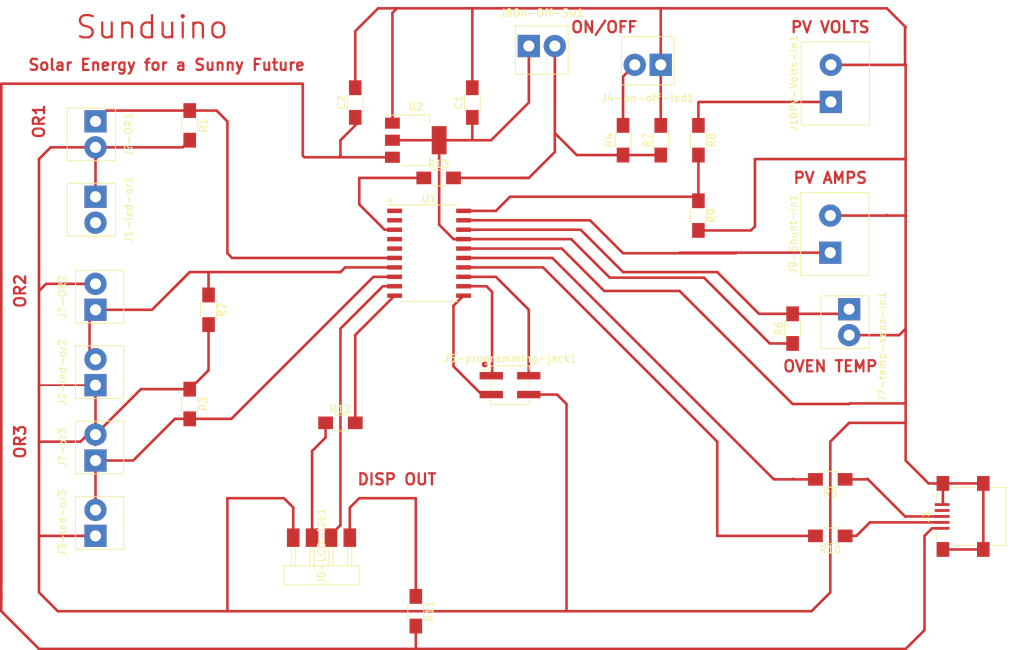
<source format=kicad_pcb>
(kicad_pcb (version 20211014) (generator pcbnew)
  (layers (0 "F.Cu" signal) (31 "B.Cu" signal) (34 "B.Paste" user) (35 "F.Paste" user) (36 "B.SilkS" user "B.Silkscreen") (37 "F.SilkS" user "F.Silkscreen") (38 "B.Mask" user) (39 "F.Mask" user) (44 "Edge.Cuts" user))
  (net 0 "")
  (net 1 "GND")
  (net 2 "+3.3v")
  (net 3 "5v USB")
  (net 4 "PA30 CLK")
  (net 5 "PA31 DIO")
  (net 6 "PA28 RST")
  (net 7 "On{slash}Off LED ")
  (net 8 "PA03 shunt in")
  (net 9 "pv in +")
  (net 10 "PA04 PV Volts")
  (net 13 "PA24 USB D-")
  (net 14 "PA25 USB D+")
  (net 17 "PA02 V Temp Sens")
  (net 19 "Net-(J4-on-off-led1-Pad2)")
  (net 20 "PA14 OR1")
  (net 21 "PA15 OR2")
  (net 22 "PA16 OR3")
  (net 23 "Net-(J0-LCD-i2c1-Pad3)")
  (net 24 "Net-(U1-Pad3)")
  (net 25 "PA22 SDA")
  (net 26 "PA23 SCL")
  (net 27 "Net-(J1-Pad3)")
  (net 28 "Net-(J1-Pad2)")
  (net 29 "Net-(J0-LCD-i2c1-Pad1)")
  (footprint "fab:R_1206" (layer "F.Cu") (at 162.56 55.88 -90)
    (fp_text reference "R8" (at 0 -1.85 90) (layer "F.SilkS"))
    (fp_text value "R")
    (fp_line (start 1 1.07) (end -1 1.07) (layer "F.SilkS") (width 0.12))
    (fp_line (start -1 -1.07) (end 1 -1.07) (layer "F.SilkS") (width 0.12))
    (pad "1" smd rect locked (at -2 0 270) (size 2 1.7) (layers "F.Cu" "F.Paste" "F.Mask") (net 9 "pv in +"))
    (pad "2" smd rect locked (at 2 0 270) (size 2 1.7) (layers "F.Cu" "F.Paste" "F.Mask") (net 10 "PA04 PV Volts"))
  )
  (footprint "fab:R_1206" (layer "F.Cu") (at 162.56 66.04 -90)
    (fp_text reference "R9" (at 0 -1.85 90) (layer "F.SilkS"))
    (fp_text value "R")
    (fp_line (start 1 1.07) (end -1 1.07) (layer "F.SilkS") (width 0.12))
    (fp_line (start -1 -1.07) (end 1 -1.07) (layer "F.SilkS") (width 0.12))
    (pad "1" smd rect locked (at -2 0 270) (size 2 1.7) (layers "F.Cu" "F.Paste" "F.Mask") (net 10 "PA04 PV Volts"))
    (pad "2" smd rect locked (at 2 0 270) (size 2 1.7) (layers "F.Cu" "F.Paste" "F.Mask") (net 1 "GND"))
  )
  (footprint "fab:TerminalBlock_OnShore_1x02_P5.00mm_Horizontal" (layer "F.Cu") (at 180.34 71.04 90)
    (fp_text reference "J9-Shunt-in1" (at 2.5 -5 90) (layer "F.SilkS"))
    (fp_text value "Screw_Terminal_01x02_P5mm")
    (fp_line (start 8.1 -4) (end 8.1 5.2) (layer "F.SilkS") (width 0.12))
    (fp_line (start -3.1 -4) (end 8.1 -4) (layer "F.SilkS") (width 0.12))
    (fp_line (start -3.1 5.2) (end 8.1 5.2) (layer "F.SilkS") (width 0.12))
    (fp_line (start -3.1 -4) (end -3.1 5.2) (layer "F.SilkS") (width 0.12))
    (pad "1" thru_hole rect locked (at 0 0 90) (size 3 3) (drill 1.5) (layers *.Cu *.Mask) (net 8 "PA03 shunt in"))
    (pad "2" thru_hole circle locked (at 5 0 90) (size 3 3) (drill 1.5) (layers *.Cu *.Mask) (net 1 "GND"))
  )
  (footprint "Connector_USB:USB_Mini-B_Lumberg_2486_01_Horizontal" (layer "F.Cu") (at 198.12 106.6 90)
    (fp_text reference "J1" (at 0 -5 90) (layer "F.SilkS"))
    (fp_text value "USB_B_Micro")
    (fp_line (start -3.91 5.91) (end -3.91 3.96) (layer "F.SilkS") (width 0.12))
    (fp_line (start 3.91 1.74) (end 3.91 -1.49) (layer "F.SilkS") (width 0.12))
    (fp_line (start 3.91 5.91) (end -3.91 5.91) (layer "F.SilkS") (width 0.12))
    (fp_line (start 2.11 -3.41) (end 3.19 -3.41) (layer "F.SilkS") (width 0.12))
    (fp_line (start -3.91 1.74) (end -3.91 -1.49) (layer "F.SilkS") (width 0.12))
    (fp_line (start 3.91 5.91) (end 3.91 3.96) (layer "F.SilkS") (width 0.12))
    (fp_line (start -2.11 -3.41) (end -2.11 -3.84) (layer "F.SilkS") (width 0.12))
    (fp_line (start -3.19 -3.41) (end -2.11 -3.41) (layer "F.SilkS") (width 0.12))
    (pad "" np_thru_hole circle (at 2.2 0 90) (size 1 1) (drill 1) (layers *.Cu *.Mask))
    (pad "" np_thru_hole circle (at -2.2 0 90) (size 1 1) (drill 1) (layers *.Cu *.Mask))
    (pad "1" smd rect (at -1.6 -2.7 90) (size 0.38 2) (layers "F.Cu" "F.Paste" "F.Mask") (net 3 "5v USB"))
    (pad "2" smd rect (at -0.8 -2.7 90) (size 0.38 2) (layers "F.Cu" "F.Paste" "F.Mask") (net 28 "Net-(J1-Pad2)"))
    (pad "3" smd rect (at 0 -2.7 90) (size 0.38 2) (layers "F.Cu" "F.Paste" "F.Mask") (net 27 "Net-(J1-Pad3)"))
    (pad "4" smd rect (at 0.8 -2.7 90) (size 0.38 2) (layers "F.Cu" "F.Paste" "F.Mask"))
    (pad "5" smd rect (at 1.6 -2.7 90) (size 0.38 2) (layers "F.Cu" "F.Paste" "F.Mask") (net 1 "GND"))
    (pad "6" smd rect (at -4.45 2.85 90) (size 2 1.7) (layers "F.Cu" "F.Paste" "F.Mask") (net 1 "GND"))
    (pad "6" smd rect (at -4.45 -2.6 90) (size 2 1.7) (layers "F.Cu" "F.Paste" "F.Mask") (net 1 "GND"))
    (pad "6" smd rect (at 4.45 -2.6 90) (size 2 1.7) (layers "F.Cu" "F.Paste" "F.Mask") (net 1 "GND"))
    (pad "6" smd rect (at 4.45 2.85 90) (size 2 1.7) (layers "F.Cu" "F.Paste" "F.Mask") (net 1 "GND"))
  )
  (footprint "fab:TerminalBlock_OnShore_1x02_P3.50mm_Horizontal" (layer "F.Cu") (at 81.28 88.9 90)
    (fp_text reference "J2-led-or2" (at 1.75 -4.46 90) (layer "F.SilkS"))
    (fp_text value "Screw_Terminal_01x02_P3.5mm")
    (fp_line (start -1.8 -2.7) (end 5.3 -2.7) (layer "F.SilkS") (width 0.12))
    (fp_line (start 5.3 -2.7) (end 5.3 3.8) (layer "F.SilkS") (width 0.12))
    (fp_line (start -1.8 -2.7) (end -1.8 3.8) (layer "F.SilkS") (width 0.12))
    (fp_line (start -1.8 3.8) (end 5.3 3.8) (layer "F.SilkS") (width 0.12))
    (pad "1" thru_hole rect locked (at 0 0 90) (size 3 3) (drill 1.5) (layers *.Cu *.Mask) (net 1 "GND"))
    (pad "2" thru_hole circle locked (at 3.5 0 90) (size 3 3) (drill 1.5) (layers *.Cu *.Mask) (net 21 "PA15 OR2"))
  )
  (footprint "fab:C_1206" (layer "F.Cu") (at 116.3 50.8 90)
    (fp_text reference "C2" (at 0 -1.85 90) (layer "F.SilkS"))
    (fp_text value "1uf")
    (fp_line (start 1 1.07) (end -1 1.07) (layer "F.SilkS") (width 0.12))
    (fp_line (start -1 -1.07) (end 1 -1.07) (layer "F.SilkS") (width 0.12))
    (pad "1" smd rect locked (at -2 0 90) (size 2 1.7) (layers "F.Cu" "F.Paste" "F.Mask") (net 3 "5v USB"))
    (pad "2" smd rect locked (at 2 0 90) (size 2 1.7) (layers "F.Cu" "F.Paste" "F.Mask") (net 1 "GND"))
  )
  (footprint "fab:TerminalBlock_OnShore_1x02_P3.50mm_Horizontal" (layer "F.Cu") (at 81.28 53.34 -90)
    (fp_text reference "J?-OR1" (at 1.75 -4.46 90) (layer "F.SilkS"))
    (fp_text value "Screw_Terminal_01x02_P3.5mm")
    (fp_line (start 5.3 -2.7) (end 5.3 3.8) (layer "F.SilkS") (width 0.12))
    (fp_line (start -1.8 3.8) (end 5.3 3.8) (layer "F.SilkS") (width 0.12))
    (fp_line (start -1.8 -2.7) (end -1.8 3.8) (layer "F.SilkS") (width 0.12))
    (fp_line (start -1.8 -2.7) (end 5.3 -2.7) (layer "F.SilkS") (width 0.12))
    (pad "1" thru_hole rect locked (at 0 0 270) (size 3 3) (drill 1.5) (layers *.Cu *.Mask) (net 20 "PA14 OR1"))
    (pad "2" thru_hole circle locked (at 3.5 0 270) (size 3 3) (drill 1.5) (layers *.Cu *.Mask) (net 1 "GND"))
  )
  (footprint "fab:TerminalBlock_OnShore_1x02_P3.50mm_Horizontal" (layer "F.Cu") (at 139.7 43.18)
    (fp_text reference "J8On-Off-Sw1" (at 1.75 -4.46) (layer "F.SilkS"))
    (fp_text value "Screw_Terminal_01x02_P3.5mm")
    (fp_line (start 5.3 -2.7) (end 5.3 3.8) (layer "F.SilkS") (width 0.12))
    (fp_line (start -1.8 -2.7) (end -1.8 3.8) (layer "F.SilkS") (width 0.12))
    (fp_line (start -1.8 -2.7) (end 5.3 -2.7) (layer "F.SilkS") (width 0.12))
    (fp_line (start -1.8 3.8) (end 5.3 3.8) (layer "F.SilkS") (width 0.12))
    (pad "1" thru_hole rect locked (at 0 0) (size 3 3) (drill 1.5) (layers *.Cu *.Mask) (net 2 "+3.3v"))
    (pad "2" thru_hole circle locked (at 3.5 0) (size 3 3) (drill 1.5) (layers *.Cu *.Mask) (net 7 "On{slash}Off LED "))
  )
  (footprint "fab:TerminalBlock_OnShore_1x02_P3.50mm_Horizontal" (layer "F.Cu") (at 81.28 99.06 90)
    (fp_text reference "J?-or3" (at 1.75 -4.46 90) (layer "F.SilkS"))
    (fp_text value "Screw_Terminal_01x02_P3.5mm")
    (fp_line (start -1.8 -2.7) (end 5.3 -2.7) (layer "F.SilkS") (width 0.12))
    (fp_line (start -1.8 3.8) (end 5.3 3.8) (layer "F.SilkS") (width 0.12))
    (fp_line (start -1.8 -2.7) (end -1.8 3.8) (layer "F.SilkS") (width 0.12))
    (fp_line (start 5.3 -2.7) (end 5.3 3.8) (layer "F.SilkS") (width 0.12))
    (pad "1" thru_hole rect locked (at 0 0 90) (size 3 3) (drill 1.5) (layers *.Cu *.Mask) (net 22 "PA16 OR3"))
    (pad "2" thru_hole circle locked (at 3.5 0 90) (size 3 3) (drill 1.5) (layers *.Cu *.Mask) (net 1 "GND"))
  )
  (footprint "fab:PinHeader_2x02_P2.54mm_Vertical_SMD" (layer "F.Cu") (at 137.16 88.9)
    (fp_text reference "J5-programming-jack1" (at 0 -3.6) (layer "F.SilkS"))
    (fp_text value "Conn_PinHeader_2x02_P2.54mm_Vertical_SMD")
    (fp_circle (center -3.4 -2.8) (end -3.1 -2.8) (layer "F.Cu") (width 0.2) (fill solid))
    (fp_line (start -2.6 -2.6) (end 2.6 -2.6) (layer "F.SilkS") (width 0.12))
    (fp_line (start 2.6 2.03) (end 2.6 2.6) (layer "F.SilkS") (width 0.12))
    (fp_line (start -4.04 -2.03) (end -2.6 -2.03) (layer "F.SilkS") (width 0.12))
    (fp_line (start 2.6 -2.6) (end 2.6 -2.03) (layer "F.SilkS") (width 0.12))
    (fp_line (start -2.6 -2.6) (end -2.6 -2.03) (layer "F.SilkS") (width 0.12))
    (fp_line (start -2.6 2.6) (end 2.6 2.6) (layer "F.SilkS") (width 0.12))
    (fp_line (start -2.6 2.03) (end -2.6 2.6) (layer "F.SilkS") (width 0.12))
    (fp_line (start -2.6 -0.51) (end -2.6 0.51) (layer "F.SilkS") (width 0.12))
    (fp_line (start 2.6 -0.51) (end 2.6 0.51) (layer "F.SilkS") (width 0.12))
    (pad "1" smd rect (at -2.525 -1.27) (size 3.15 1) (layers "F.Cu" "F.Paste" "F.Mask") (net 4 "PA30 CLK"))
    (pad "2" smd rect (at 2.525 -1.27) (size 3.15 1) (layers "F.Cu" "F.Paste" "F.Mask") (net 5 "PA31 DIO"))
    (pad "3" smd rect (at -2.525 1.27) (size 3.15 1) (layers "F.Cu" "F.Paste" "F.Mask") (net 6 "PA28 RST"))
    (pad "4" smd rect (at 2.525 1.27) (size 3.15 1) (layers "F.Cu" "F.Paste" "F.Mask") (net 1 "GND"))
  )
  (footprint "fab:R_1206" (layer "F.Cu") (at 180.34 101.6 180)
    (fp_text reference "R5" (at 0 -1.85) (layer "F.SilkS"))
    (fp_text value "R")
    (fp_line (start -1 -1.07) (end 1 -1.07) (layer "F.SilkS") (width 0.12))
    (fp_line (start 1 1.07) (end -1 1.07) (layer "F.SilkS") (width 0.12))
    (pad "1" smd rect locked (at -2 0 180) (size 2 1.7) (layers "F.Cu" "F.Paste" "F.Mask") (net 27 "Net-(J1-Pad3)"))
    (pad "2" smd rect locked (at 2 0 180) (size 2 1.7) (layers "F.Cu" "F.Paste" "F.Mask") (net 14 "PA25 USB D+"))
  )
  (footprint "fab:TerminalBlock_OnShore_1x02_P3.50mm_Horizontal" (layer "F.Cu") (at 182.88 78.66 -90)
    (fp_text reference "J7-temp-sens-in1" (at 5.08 -4.46 90) (layer "F.SilkS"))
    (fp_text value "Screw_Terminal_01x02_P3.5mm")
    (fp_line (start 5.3 -2.7) (end 5.3 3.8) (layer "F.SilkS") (width 0.12))
    (fp_line (start -1.8 -2.7) (end -1.8 3.8) (layer "F.SilkS") (width 0.12))
    (fp_line (start -1.8 -2.7) (end 5.3 -2.7) (layer "F.SilkS") (width 0.12))
    (fp_line (start -1.8 3.8) (end 5.3 3.8) (layer "F.SilkS") (width 0.12))
    (pad "1" thru_hole rect locked (at 0 0 270) (size 3 3) (drill 1.5) (layers *.Cu *.Mask) (net 17 "PA02 V Temp Sens"))
    (pad "2" thru_hole circle locked (at 3.5 0 270) (size 3 3) (drill 1.5) (layers *.Cu *.Mask) (net 1 "GND"))
  )
  (footprint "fab:R_1206" (layer "F.Cu") (at 96.52 78.74 -90)
    (fp_text reference "R2" (at 0 -1.85 90) (layer "F.SilkS"))
    (fp_text value "R")
    (fp_line (start -1 -1.07) (end 1 -1.07) (layer "F.SilkS") (width 0.12))
    (fp_line (start 1 1.07) (end -1 1.07) (layer "F.SilkS") (width 0.12))
    (pad "1" smd rect locked (at -2 0 270) (size 2 1.7) (layers "F.Cu" "F.Paste" "F.Mask") (net 21 "PA15 OR2"))
    (pad "2" smd rect locked (at 2 0 270) (size 2 1.7) (layers "F.Cu" "F.Paste" "F.Mask") (net 1 "GND"))
  )
  (footprint "fab:R_1206" (layer "F.Cu") (at 93.98 53.88 -90)
    (fp_text reference "R1" (at 0 -1.85 90) (layer "F.SilkS"))
    (fp_text value "R")
    (fp_line (start 1 1.07) (end -1 1.07) (layer "F.SilkS") (width 0.12))
    (fp_line (start -1 -1.07) (end 1 -1.07) (layer "F.SilkS") (width 0.12))
    (pad "1" smd rect locked (at -2 0 270) (size 2 1.7) (layers "F.Cu" "F.Paste" "F.Mask") (net 20 "PA14 OR1"))
    (pad "2" smd rect locked (at 2 0 270) (size 2 1.7) (layers "F.Cu" "F.Paste" "F.Mask") (net 1 "GND"))
  )
  (footprint "fab:SOT-223-3_TabPin2" (layer "F.Cu") (at 124.46 55.88)
    (fp_text reference "U2" (at 0 -4.5) (layer "F.SilkS"))
    (fp_text value "Regulator_Linear_ZLDO1117-3.3V-1A")
    (fp_line (start -4.1 -3.41) (end 1.91 -3.41) (layer "F.SilkS") (width 0.12))
    (fp_line (start 1.91 3.41) (end 1.91 2.15) (layer "F.SilkS") (width 0.12))
    (fp_line (start 1.91 -3.41) (end 1.91 -2.15) (layer "F.SilkS") (width 0.12))
    (fp_line (start -1.85 3.41) (end 1.91 3.41) (layer "F.SilkS") (width 0.12))
    (pad "1" smd rect locked (at -3.15 -2.3) (size 2 1.5) (layers "F.Cu" "F.Paste" "F.Mask") (net 1 "GND"))
    (pad "2" smd rect locked (at -3.15 0) (size 2 1.5) (layers "F.Cu" "F.Paste" "F.Mask") (net 2 "+3.3v"))
    (pad "2" smd rect locked (at 3.15 0) (size 2 3.8) (layers "F.Cu" "F.Paste" "F.Mask") (net 2 "+3.3v"))
    (pad "3" smd rect locked (at -3.15 2.3) (size 2 1.5) (layers "F.Cu" "F.Paste" "F.Mask") (net 3 "5v USB"))
  )
  (footprint "fab:R_1206" (layer "F.Cu") (at 127.54 60.96)
    (fp_text reference "R13" (at 0 -1.85) (layer "F.SilkS"))
    (fp_text value "R")
    (fp_line (start -1 -1.07) (end 1 -1.07) (layer "F.SilkS") (width 0.12))
    (fp_line (start 1 1.07) (end -1 1.07) (layer "F.SilkS") (width 0.12))
    (pad "1" smd rect locked (at -2 0) (size 2 1.7) (layers "F.Cu" "F.Paste" "F.Mask") (net 24 "Net-(U1-Pad3)"))
    (pad "2" smd rect locked (at 2 0) (size 2 1.7) (layers "F.Cu" "F.Paste" "F.Mask") (net 7 "On{slash}Off LED "))
  )
  (footprint "fab:R_1206" (layer "F.Cu") (at 175.26 81.28 90)
    (fp_text reference "R6" (at 0 -1.85 90) (layer "F.SilkS"))
    (fp_text value "R")
    (fp_line (start 1 1.07) (end -1 1.07) (layer "F.SilkS") (width 0.12))
    (fp_line (start -1 -1.07) (end 1 -1.07) (layer "F.SilkS") (width 0.12))
    (pad "1" smd rect locked (at -2 0 90) (size 2 1.7) (layers "F.Cu" "F.Paste" "F.Mask") (net 2 "+3.3v"))
    (pad "2" smd rect locked (at 2 0 90) (size 2 1.7) (layers "F.Cu" "F.Paste" "F.Mask") (net 17 "PA02 V Temp Sens"))
  )
  (footprint "fab:R_1206" (layer "F.Cu") (at 180.34 109.22 180)
    (fp_text reference "R10" (at 0 -1.85) (layer "F.SilkS"))
    (fp_text value "R")
    (fp_line (start -1 -1.07) (end 1 -1.07) (layer "F.SilkS") (width 0.12))
    (fp_line (start 1 1.07) (end -1 1.07) (layer "F.SilkS") (width 0.12))
    (pad "1" smd rect locked (at -2 0 180) (size 2 1.7) (layers "F.Cu" "F.Paste" "F.Mask") (net 28 "Net-(J1-Pad2)"))
    (pad "2" smd rect locked (at 2 0 180) (size 2 1.7) (layers "F.Cu" "F.Paste" "F.Mask") (net 13 "PA24 USB D-"))
  )
  (footprint "fab:TerminalBlock_OnShore_1x02_P3.50mm_Horizontal" (layer "F.Cu") (at 81.28 109.22 90)
    (fp_text reference "J3-led-or3" (at 1.75 -4.46 90) (layer "F.SilkS"))
    (fp_text value "Screw_Terminal_01x02_P3.5mm")
    (fp_line (start 5.3 -2.7) (end 5.3 3.8) (layer "F.SilkS") (width 0.12))
    (fp_line (start -1.8 -2.7) (end 5.3 -2.7) (layer "F.SilkS") (width 0.12))
    (fp_line (start -1.8 -2.7) (end -1.8 3.8) (layer "F.SilkS") (width 0.12))
    (fp_line (start -1.8 3.8) (end 5.3 3.8) (layer "F.SilkS") (width 0.12))
    (pad "1" thru_hole rect locked (at 0 0 90) (size 3 3) (drill 1.5) (layers *.Cu *.Mask) (net 1 "GND"))
    (pad "2" thru_hole circle locked (at 3.5 0 90) (size 3 3) (drill 1.5) (layers *.Cu *.Mask) (net 22 "PA16 OR3"))
  )
  (footprint "fab:R_1206" (layer "F.Cu") (at 114.3 93.98)
    (fp_text reference "R12" (at 0 -1.85) (layer "F.SilkS"))
    (fp_text value "R")
    (fp_line (start 1 1.07) (end -1 1.07) (layer "F.SilkS") (width 0.12))
    (fp_line (start -1 -1.07) (end 1 -1.07) (layer "F.SilkS") (width 0.12))
    (pad "1" smd rect locked (at -2 0) (size 2 1.7) (layers "F.Cu" "F.Paste" "F.Mask") (net 23 "Net-(J0-LCD-i2c1-Pad3)"))
    (pad "2" smd rect locked (at 2 0) (size 2 1.7) (layers "F.Cu" "F.Paste" "F.Mask") (net 26 "PA23 SCL"))
  )
  (footprint "fab:PinHeader_1x04_P2.54mm_Horizontal_SMD" (layer "F.Cu") (at 115.56 109.46 -90)
    (fp_text reference "J0-LCD-i2c1" (at 6.35 3.81 -270) (layer "F.SilkS") (effects (justify left)))
    (fp_text value "Conn_PinHeader_1x04_P2.54mm_Horizontal_SMD")
    (fp_line (start 3.81 5.334) (end 1.27 5.334) (layer "F.SilkS") (width 0.12))
    (fp_line (start 3.81 7.874) (end 1.27 7.874) (layer "F.SilkS") (width 0.12))
    (fp_line (start 3.81 -0.254) (end 1.27 -0.254) (layer "F.SilkS") (width 0.12))
    (fp_line (start 3.81 0.254) (end 1.27 0.254) (layer "F.SilkS") (width 0.12))
    (fp_line (start 6.35 -1.27) (end 6.35 8.89) (layer "F.SilkS") (width 0.12))
    (fp_line (start 3.81 2.794) (end 1.27 2.794) (layer "F.SilkS") (width 0.12))
    (fp_line (start 6.35 8.89) (end 3.81 8.89) (layer "F.SilkS") (width 0.12))
    (fp_line (start -1.27 -1.27) (end 0 -1.27) (layer "F.SilkS") (width 0.12))
    (fp_line (start 3.81 4.826) (end 1.27 4.826) (layer "F.SilkS") (width 0.12))
    (fp_line (start 3.81 7.366) (end 1.27 7.366) (layer "F.SilkS") (width 0.12))
    (fp_line (start 3.81 -1.27) (end 6.35 -1.27) (layer "F.SilkS") (width 0.12))
    (fp_line (start 3.81 2.286) (end 1.27 2.286) (layer "F.SilkS") (width 0.12))
    (fp_line (start 3.81 8.89) (end 3.81 -1.27) (layer "F.SilkS") (width 0.12))
    (pad "1" smd rect locked (at 0 0 270) (size 2.5 1.7) (layers "F.Cu" "F.Paste" "F.Mask") (net 29 "Net-(J0-LCD-i2c1-Pad1)"))
    (pad "2" smd rect locked (at 0 2.54 270) (size 2.5 1.7) (layers "F.Cu" "F.Paste" "F.Mask") (net 25 "PA22 SDA"))
    (pad "3" smd rect locked (at 0 5.08 270) (size 2.5 1.7) (layers "F.Cu" "F.Paste" "F.Mask") (net 23 "Net-(J0-LCD-i2c1-Pad3)"))
    (pad "4" smd rect locked (at 0 7.62 270) (size 2.5 1.7) (layers "F.Cu" "F.Paste" "F.Mask") (net 1 "GND"))
  )
  (footprint "fab:TerminalBlock_OnShore_1x02_P5.00mm_Horizontal" (layer "F.Cu") (at 180.42 50.72 90)
    (fp_text reference "J10PV-Volts-in1" (at 2.5 -5 90) (layer "F.SilkS"))
    (fp_text value "Screw_Terminal_01x02_P5mm")
    (fp_line (start -3.1 -4) (end 8.1 -4) (layer "F.SilkS") (width 0.12))
    (fp_line (start 8.1 -4) (end 8.1 5.2) (layer "F.SilkS") (width 0.12))
    (fp_line (start -3.1 5.2) (end 8.1 5.2) (layer "F.SilkS") (width 0.12))
    (fp_line (start -3.1 -4) (end -3.1 5.2) (layer "F.SilkS") (width 0.12))
    (pad "1" thru_hole rect locked (at 0 0 90) (size 3 3) (drill 1.5) (layers *.Cu *.Mask) (net 9 "pv in +"))
    (pad "2" thru_hole circle locked (at 5 0 90) (size 3 3) (drill 1.5) (layers *.Cu *.Mask) (net 1 "GND"))
  )
  (footprint "fab:R_1206" (layer "F.Cu") (at 93.98 91.44 -90)
    (fp_text reference "R3" (at 0 -1.85 90) (layer "F.SilkS"))
    (fp_text value "R")
    (fp_line (start -1 -1.07) (end 1 -1.07) (layer "F.SilkS") (width 0.12))
    (fp_line (start 1 1.07) (end -1 1.07) (layer "F.SilkS") (width 0.12))
    (pad "1" smd rect locked (at -2 0 270) (size 2 1.7) (layers "F.Cu" "F.Paste" "F.Mask") (net 1 "GND"))
    (pad "2" smd rect locked (at 2 0 270) (size 2 1.7) (layers "F.Cu" "F.Paste" "F.Mask") (net 22 "PA16 OR3"))
  )
  (footprint "fab:R_1206" (layer "F.Cu") (at 152.4 55.88 90)
    (fp_text reference "R4" (at 0 -1.85 90) (layer "F.SilkS"))
    (fp_text value "R")
    (fp_line (start -1 -1.07) (end 1 -1.07) (layer "F.SilkS") (width 0.12))
    (fp_line (start 1 1.07) (end -1 1.07) (layer "F.SilkS") (width 0.12))
    (pad "1" smd rect locked (at -2 0 90) (size 2 1.7) (layers "F.Cu" "F.Paste" "F.Mask") (net 7 "On{slash}Off LED "))
    (pad "2" smd rect locked (at 2 0 90) (size 2 1.7) (layers "F.Cu" "F.Paste" "F.Mask") (net 19 "Net-(J4-on-off-led1-Pad2)"))
  )
  (footprint "fab:TerminalBlock_OnShore_1x02_P3.50mm_Horizontal" (layer "F.Cu") (at 81.28 78.74 90)
    (fp_text reference "J?-OR2" (at 1.75 -4.46 90) (layer "F.SilkS"))
    (fp_text value "Screw_Terminal_01x02_P3.5mm")
    (fp_line (start -1.8 -2.7) (end -1.8 3.8) (layer "F.SilkS") (width 0.12))
    (fp_line (start -1.8 3.8) (end 5.3 3.8) (layer "F.SilkS") (width 0.12))
    (fp_line (start -1.8 -2.7) (end 5.3 -2.7) (layer "F.SilkS") (width 0.12))
    (fp_line (start 5.3 -2.7) (end 5.3 3.8) (layer "F.SilkS") (width 0.12))
    (pad "1" thru_hole rect locked (at 0 0 90) (size 3 3) (drill 1.5) (layers *.Cu *.Mask) (net 21 "PA15 OR2"))
    (pad "2" thru_hole circle locked (at 3.5 0 90) (size 3 3) (drill 1.5) (layers *.Cu *.Mask) (net 1 "GND"))
  )
  (footprint "fab:SOIC-20_7.5x12.8mm_P1.27mm" (layer "F.Cu") (at 126.25 71.12)
    (fp_text reference "U1" (at 0 -7.4) (layer "F.SilkS"))
    (fp_text value "Microcontroller_ATSAMD11D14A-SSUT")
    (fp_line (start 0 6.51) (end 3.86 6.51) (layer "F.SilkS") (width 0.12))
    (fp_line (start 0 -6.51) (end 3.86 -6.51) (layer "F.SilkS") (width 0.12))
    (fp_line (start 0 -6.51) (end -5.6 -6.51) (layer "F.SilkS") (width 0.12))
    (fp_line (start 0 6.51) (end -3.86 6.51) (layer "F.SilkS") (width 0.12))
    (fp_circle (center -5.3 -7.1) (end -5.1 -7.1) (layer "F.SilkS") (width 0.12) (fill none))
    (pad "1" smd rect (at -4.65 -5.715) (size 2 0.6) (layers "F.Cu" "F.Paste" "F.Mask"))
    (pad "2" smd rect (at -4.65 -4.445) (size 2 0.6) (layers "F.Cu" "F.Paste" "F.Mask"))
    (pad "3" smd rect (at -4.65 -3.175) (size 2 0.6) (layers "F.Cu" "F.Paste" "F.Mask") (net 24 "Net-(U1-Pad3)"))
    (pad "4" smd rect (at -4.65 -1.905) (size 2 0.6) (layers "F.Cu" "F.Paste" "F.Mask"))
    (pad "5" smd rect (at -4.65 -0.635) (size 2 0.6) (layers "F.Cu" "F.Paste" "F.Mask"))
    (pad "6" smd rect (at -4.65 0.635) (size 2 0.6) (layers "F.Cu" "F.Paste" "F.Mask") (net 20 "PA14 OR1"))
    (pad "7" smd rect (at -4.65 1.905) (size 2 0.6) (layers "F.Cu" "F.Paste" "F.Mask") (net 21 "PA15 OR2"))
    (pad "8" smd rect (at -4.65 3.175) (size 2 0.6) (layers "F.Cu" "F.Paste" "F.Mask") (net 22 "PA16 OR3"))
    (pad "9" smd rect (at -4.65 4.445) (size 2 0.6) (layers "F.Cu" "F.Paste" "F.Mask") (net 25 "PA22 SDA"))
    (pad "10" smd rect (at -4.65 5.715) (size 2 0.6) (layers "F.Cu" "F.Paste" "F.Mask") (net 26 "PA23 SCL"))
    (pad "11" smd rect (at 4.65 5.715) (size 2 0.6) (layers "F.Cu" "F.Paste" "F.Mask") (net 6 "PA28 RST"))
    (pad "12" smd rect (at 4.65 4.445) (size 2 0.6) (layers "F.Cu" "F.Paste" "F.Mask") (net 4 "PA30 CLK"))
    (pad "13" smd rect (at 4.65 3.175) (size 2 0.6) (layers "F.Cu" "F.Paste" "F.Mask") (net 5 "PA31 DIO"))
    (pad "14" smd rect (at 4.65 1.905) (size 2 0.6) (layers "F.Cu" "F.Paste" "F.Mask") (net 13 "PA24 USB D-"))
    (pad "15" smd rect (at 4.65 0.635) (size 2 0.6) (layers "F.Cu" "F.Paste" "F.Mask") (net 14 "PA25 USB D+"))
    (pad "16" smd rect (at 4.65 -0.635) (size 2 0.6) (layers "F.Cu" "F.Paste" "F.Mask") (net 1 "GND"))
    (pad "17" smd rect (at 4.65 -1.905) (size 2 0.6) (layers "F.Cu" "F.Paste" "F.Mask") (net 2 "+3.3v"))
    (pad "18" smd rect (at 4.65 -3.175) (size 2 0.6) (layers "F.Cu" "F.Paste" "F.Mask") (net 17 "PA02 V Temp Sens"))
    (pad "19" smd rect (at 4.65 -4.445) (size 2 0.6) (layers "F.Cu" "F.Paste" "F.Mask") (net 8 "PA03 shunt in"))
    (pad "20" smd rect (at 4.65 -5.715) (size 2 0.6) (layers "F.Cu" "F.Paste" "F.Mask") (net 10 "PA04 PV Volts"))
  )
  (footprint "fab:TerminalBlock_OnShore_1x02_P3.50mm_Horizontal" (layer "F.Cu") (at 157.48 45.72 180)
    (fp_text reference "J4-on-off-led1" (at 1.75 -4.46) (layer "F.SilkS"))
    (fp_text value "Screw_Terminal_01x02_P3.5mm")
    (fp_line (start -1.8 -2.7) (end -1.8 3.8) (layer "F.SilkS") (width 0.12))
    (fp_line (start -1.8 3.8) (end 5.3 3.8) (layer "F.SilkS") (width 0.12))
    (fp_line (start 5.3 -2.7) (end 5.3 3.8) (layer "F.SilkS") (width 0.12))
    (fp_line (start -1.8 -2.7) (end 5.3 -2.7) (layer "F.SilkS") (width 0.12))
    (pad "1" thru_hole rect locked (at 0 0 180) (size 3 3) (drill 1.5) (layers *.Cu *.Mask) (net 1 "GND"))
    (pad "2" thru_hole circle locked (at 3.5 0 180) (size 3 3) (drill 1.5) (layers *.Cu *.Mask) (net 19 "Net-(J4-on-off-led1-Pad2)"))
  )
  (footprint "fab:C_1206" (layer "F.Cu") (at 132.08 50.8 90)
    (fp_text reference "C1" (at 0 -1.85 90) (layer "F.SilkS"))
    (fp_text value "1uf")
    (fp_line (start -1 -1.07) (end 1 -1.07) (layer "F.SilkS") (width 0.12))
    (fp_line (start 1 1.07) (end -1 1.07) (layer "F.SilkS") (width 0.12))
    (pad "1" smd rect locked (at -2 0 90) (size 2 1.7) (layers "F.Cu" "F.Paste" "F.Mask") (net 2 "+3.3v"))
    (pad "2" smd rect locked (at 2 0 90) (size 2 1.7) (layers "F.Cu" "F.Paste" "F.Mask") (net 1 "GND"))
  )
  (footprint "fab:TerminalBlock_OnShore_1x02_P3.50mm_Horizontal" (layer "F.Cu") (at 81.28 63.5 -90)
    (fp_text reference "J1-led-or1" (at 1.75 -4.46 90) (layer "F.SilkS"))
    (fp_text value "Screw_Terminal_01x02_P3.5mm")
    (fp_line (start -1.8 -2.7) (end -1.8 3.8) (layer "F.SilkS") (width 0.12))
    (fp_line (start -1.8 -2.7) (end 5.3 -2.7) (layer "F.SilkS") (width 0.12))
    (fp_line (start 5.3 -2.7) (end 5.3 3.8) (layer "F.SilkS") (width 0.12))
    (fp_line (start -1.8 3.8) (end 5.3 3.8) (layer "F.SilkS") (width 0.12))
    (pad "1" thru_hole rect locked (at 0 0 270) (size 3 3) (drill 1.5) (layers *.Cu *.Mask) (net 1 "GND"))
    (pad "2" thru_hole circle locked (at 3.5 0 270) (size 3 3) (drill 1.5) (layers *.Cu *.Mask) (net 20 "PA14 OR1"))
  )
  (footprint "fab:R_1206" (layer "F.Cu") (at 157.48 55.88 90)
    (fp_text reference "R7" (at 0 -1.85 90) (layer "F.SilkS"))
    (fp_text value "R")
    (fp_line (start -1 -1.07) (end 1 -1.07) (layer "F.SilkS") (width 0.12))
    (fp_line (start 1 1.07) (end -1 1.07) (layer "F.SilkS") (width 0.12))
    (pad "1" smd rect locked (at -2 0 90) (size 2 1.7) (layers "F.Cu" "F.Paste" "F.Mask") (net 7 "On{slash}Off LED "))
    (pad "2" smd rect locked (at 2 0 90) (size 2 1.7) (layers "F.Cu" "F.Paste" "F.Mask") (net 1 "GND"))
  )
  (footprint "fab:R_1206" (layer "F.Cu") (at 124.46 119.38 -90)
    (fp_text reference "R11" (at 0 -1.85 90) (layer "F.SilkS"))
    (fp_text value "R")
    (fp_line (start 1 1.07) (end -1 1.07) (layer "F.SilkS") (width 0.12))
    (fp_line (start -1 -1.07) (end 1 -1.07) (layer "F.SilkS") (width 0.12))
    (pad "1" smd rect locked (at -2 0 270) (size 2 1.7) (layers "F.Cu" "F.Paste" "F.Mask") (net 29 "Net-(J0-LCD-i2c1-Pad1)"))
    (pad "2" smd rect locked (at 2 0 270) (size 2 1.7) (layers "F.Cu" "F.Paste" "F.Mask") (net 3 "5v USB"))
  )
  (gr_line (start 81.28 88.9) (end 73.66 88.9) (layer "F.Cu") (width 0.2))
  (gr_line (start 73.66 88.9) (end 81.28 88.9) (layer "F.Cu") (width 0.2))
  (gr_text "PV AMPS" (at 180.34 60.96) (layer "F.Cu") (effects (font (size 1.5 1.5) (thickness 0.3))))
  (gr_text "PV VOLTS" (at 180.34 40.64) (layer "F.Cu") (effects (font (size 1.5 1.5) (thickness 0.3))))
  (gr_text "OR1" (at 73.66 53.34 90) (layer "F.Cu") (effects (font (size 1.5 1.5) (thickness 0.3))))
  (gr_text "Sunduino" (at 88.9 40.64) (layer "F.Cu") (effects (font (size 3 3) (thickness 0.3))))
  (gr_text "OVEN TEMP" (at 180.34 86.36) (layer "F.Cu") (effects (font (size 1.5 1.5) (thickness 0.3))))
  (gr_text "OR2" (at 71.12 76.2 90) (layer "F.Cu") (effects (font (size 1.5 1.5) (thickness 0.3))))
  (gr_text "ON/OFF" (at 149.86 40.64) (layer "F.Cu") (effects (font (size 1.5 1.5) (thickness 0.3))))
  (gr_text "Solar Energy for a Sunny Future " (at 91.44 45.72) (layer "F.Cu") (effects (font (size 1.5 1.5) (thickness 0.3))))
  (gr_text "DISP OUT" (at 121.92 101.6) (layer "F.Cu") (effects (font (size 1.5 1.5) (thickness 0.3))))
  (gr_text "OR3" (at 71.12 96.52 90) (layer "F.Cu") (effects (font (size 1.5 1.5) (thickness 0.3))))
  (segment (start 81.28 109.22) (end 73.66 109.22) (width 0.35) (layer "F.Cu") (net 1))
  (segment (start 190.5 65.96) (end 190.5 58.42) (width 0.35) (layer "F.Cu") (net 1))
  (segment (start 132.08 48.8) (end 132.08 38.1) (width 0.35) (layer "F.Cu") (net 1))
  (segment (start 195.52 102.15) (end 195.52 104.9) (width 0.35) (layer "F.Cu") (net 1))
  (segment (start 116.84 40.64) (end 119.38 38.1) (width 0.35) (layer "F.Cu") (net 1))
  (segment (start 81.28 56.84) (end 93.02 56.84) (width 0.35) (layer "F.Cu") (net 1))
  (segment (start 96.52 80.74) (end 96.52 86.9) (width 0.35) (layer "F.Cu") (net 1))
  (segment (start 73.66 68.58) (end 73.66 73.66) (width 0.35) (layer "F.Cu") (net 1))
  (segment (start 169.64 68.04) (end 170.18 67.5) (width 0.35) (layer "F.Cu") (net 1))
  (segment (start 189.62 82.16) (end 190.5 81.28) (width 0.35) (layer "F.Cu") (net 1))
  (segment (start 187.96 65.96) (end 187.88 66.04) (width 0.35) (layer "F.Cu") (net 1))
  (segment (start 193.04 101.6) (end 190.5 99.06) (width 0.35) (layer "F.Cu") (net 1))
  (segment (start 144.145 70.485) (end 130.9 70.485) (width 0.35) (layer "F.Cu") (net 1))
  (segment (start 132.08 48.8) (end 132.08 48.26) (width 0.35) (layer "F.Cu") (net 1))
  (segment (start 81.28 95.56) (end 81.28 96.985489) (width 0.35) (layer "F.Cu") (net 1))
  (segment (start 116.3 48.8) (end 116.3 41.18) (width 0.35) (layer "F.Cu") (net 1))
  (segment (start 143.51 90.17) (end 144.78 91.44) (width 0.35) (layer "F.Cu") (net 1))
  (segment (start 78.74 119.38) (end 76.2 119.38) (width 0.35) (layer "F.Cu") (net 1))
  (segment (start 73.66 96.52) (end 73.66 99.06) (width 0.35) (layer "F.Cu") (net 1))
  (segment (start 190.5 45.64) (end 190.42 45.72) (width 0.35) (layer "F.Cu") (net 1))
  (segment (start 132.08 119.38) (end 78.74 119.38) (width 0.35) (layer "F.Cu") (net 1))
  (segment (start 187.96 38.1) (end 190.5 40.64) (width 0.35) (layer "F.Cu") (net 1))
  (segment (start 162.56 68.04) (end 169.64 68.04) (width 0.35) (layer "F.Cu") (net 1))
  (segment (start 182.88 93.98) (end 180.34 96.52) (width 0.35) (layer "F.Cu") (net 1))
  (segment (start 121.31 38.71) (end 121.92 38.1) (width 0.35) (layer "F.Cu") (net 1))
  (segment (start 190.5 99.06) (end 190.5 93.98) (width 0.35) (layer "F.Cu") (net 1))
  (segment (start 81.28 75.24) (end 74.62 75.24) (width 0.35) (layer "F.Cu") (net 1))
  (segment (start 73.66 58.42) (end 75.24 56.84) (width 0.35) (layer "F.Cu") (net 1))
  (segment (start 175.26 119.38) (end 132.08 119.38) (width 0.35) (layer "F.Cu") (net 1))
  (segment (start 73.66 78.74) (end 73.66 86.36) (width 0.35) (layer "F.Cu") (net 1))
  (segment (start 96.52 86.9) (end 93.98 89.44) (width 0.35) (layer "F.Cu") (net 1))
  (segment (start 190.5 58.42) (end 190.5 45.64) (width 0.35) (layer "F.Cu") (net 1))
  (segment (start 81.28 56.84) (end 81.28 63.5) (width 0.35) (layer "F.Cu") (net 1))
  (segment (start 160.02 76.2) (end 149.86 76.2) (width 0.35) (layer "F.Cu") (net 1))
  (segment (start 182.88 82.16) (end 189.62 82.16) (width 0.35) (layer "F.Cu") (net 1))
  (segment (start 107.94 105.4) (end 106.68 104.14) (width 0.35) (layer "F.Cu") (net 1))
  (segment (start 73.66 88.9) (end 73.66 96.52) (width 0.35) (layer "F.Cu") (net 1))
  (segment (start 121.31 53.58) (end 121.31 38.71) (width 0.35) (layer "F.Cu") (net 1))
  (segment (start 81.82 89.44) (end 81.28 88.9) (width 0.35) (layer "F.Cu") (net 1))
  (segment (start 190.5 91.36) (end 182.96 91.36) (width 0.35) (layer "F.Cu") (net 1))
  (segment (start 190.5 45.72) (end 180.42 45.72) (width 0.35) (layer "F.Cu") (net 1))
  (segment (start 193.59 102.15) (end 193.04 101.6) (width 0.35) (layer "F.Cu") (net 1))
  (segment (start 200.97 111.05) (end 195.52 111.05) (width 0.35) (layer "F.Cu") (net 1))
  (segment (start 175.26 91.44) (end 160.02 76.2) (width 0.35) (layer "F.Cu") (net 1))
  (segment (start 93.02 56.84) (end 93.98 55.88) (width 0.35) (layer "F.Cu") (net 1))
  (segment (start 106.68 104.14) (end 99.06 104.14) (width 0.35) (layer "F.Cu") (net 1))
  (segment (start 190.5 88.82) (end 190.5 66.04) (width 0.35) (layer "F.Cu") (net 1))
  (segment (start 81.28 95.56) (end 81.28 89.853915) (width 0.35) (layer "F.Cu") (net 1))
  (segment (start 190.5 65.96) (end 190.42 66.04) (width 0.35) (layer "F.Cu") (net 1))
  (segment (start 139.685 90.17) (end 143.51 90.17) (width 0.35) (layer "F.Cu") (net 1))
  (segment (start 75.24 56.84) (end 81.28 56.84) (width 0.35) (layer "F.Cu") (net 1))
  (segment (start 107.94 109.46) (end 107.94 105.4) (width 0.35) (layer "F.Cu") (net 1))
  (segment (start 73.66 96.52) (end 79.260019 96.52) (width 0.35) (layer "F.Cu") (net 1))
  (segment (start 190.42 40.72) (end 190.5 40.64) (width 0.35) (layer "F.Cu") (net 1))
  (segment (start 73.66 76.2) (end 73.66 78.74) (width 0.35) (layer "F.Cu") (net 1))
  (segment (start 195.52 102.15) (end 200.97 102.15) (width 0.35) (layer "F.Cu") (net 1))
  (segment (start 190.42 45.72) (end 190.42 40.72) (width 0.35) (layer "F.Cu") (net 1))
  (segment (start 79.260019 96.52) (end 80.75001 95.030009) (width 0.35) (layer "F.Cu") (net 1))
  (segment (start 74.62 75.24) (end 73.66 76.2) (width 0.35) (layer "F.Cu") (net 1))
  (segment (start 180.34 96.52) (end 180.34 116.84) (width 0.35) (layer "F.Cu") (net 1))
  (segment (start 144.78 91.44) (end 144.78 119.38) (width 0.35) (layer "F.Cu") (net 1))
  (segment (start 190.5 66.04) (end 190.5 65.96) (width 0.35) (layer "F.Cu") (net 1))
  (segment (start 195.52 102.15) (end 193.59 102.15) (width 0.35) (layer "F.Cu") (net 1))
  (segment (start 149.86 76.2) (end 144.145 70.485) (width 0.35) (layer "F.Cu") (net 1))
  (segment (start 163.18 68.66) (end 162.56 68.04) (width 0.35) (layer "F.Cu") (net 1))
  (segment (start 190.5 66.04) (end 180.34 66.04) (width 0.35) (layer "F.Cu") (net 1))
  (segment (start 87.4 89.44) (end 81.28 95.56) (width 0.35) (layer "F.Cu") (net 1))
  (segment (start 93.98 89.44) (end 87.4 89.44) (width 0.35) (layer "F.Cu") (net 1))
  (segment (start 157.48 45.72) (end 157.48 38.1) (width 0.35) (layer "F.Cu") (net 1))
  (segment (start 190.5 93.98) (end 190.5 91.44) (width 0.35) (layer "F.Cu") (net 1))
  (segment (start 73.66 86.36) (end 73.66 88.9) (width 0.35) (layer "F.Cu") (net 1))
  (segment (start 157.48 51.34) (end 157.48 45.72) (width 0.35) (layer "F.Cu") (net 1))
  (segment (start 177.8 119.38) (end 175.26 119.38) (width 0.35) (layer "F.Cu") (net 1))
  (segment (start 73.66 73.66) (end 73.66 76.2) (width 0.35) (layer "F.Cu") (net 1))
  (segment (start 170.18 67.5) (end 170.18 58.42) (width 0.35) (layer "F.Cu") (net 1))
  (segment (start 73.66 116.84) (end 76.2 119.38) (width 0.35) (layer "F.Cu") (net 1))
  (segment (start 195.52 104.9) (end 195.42 105) (width 0.35) (layer "F.Cu") (net 1))
  (segment (start 170.18 58.42) (end 190.5 58.42) (width 0.35) (layer "F.Cu") (net 1))
  (segment (start 73.66 68.58) (end 73.66 58.42) (width 0.35) (layer "F.Cu") (net 1))
  (segment (start 190.5 93.98) (end 182.88 93.98) (width 0.35) (layer "F.Cu") (net 1))
  (segment (start 81.82 57.88) (end 81.28 58.42) (width 0.35) (layer "F.Cu") (net 1))
  (segment (start 99.06 104.14) (end 99.06 119.38) (width 0.35) (layer "F.Cu") (net 1))
  (segment (start 119.38 38.1) (end 187.96 38.1) (width 0.35) (layer "F.Cu") (net 1))
  (segment (start 73.66 99.06) (end 73.66 116.84) (width 0.35) (layer "F.Cu") (net 1))
  (segment (start 157.48 53.88) (end 157.48 50.8) (width 0.35) (layer "F.Cu") (net 1))
  (segment (start 116.3 41.18) (end 116.84 40.64) (width 0.35) (layer "F.Cu") (net 1))
  (segment (start 200.97 102.15) (end 200.97 111.05) (width 0.35) (layer "F.Cu") (net 1))
  (segment (start 190.5 91.36) (end 190.5 88.82) (width 0.35) (layer "F.Cu") (net 1))
  (segment (start 81.28 89.853915) (end 81.756958 89.376957) (width 0.35) (layer "F.Cu") (net 1))
  (segment (start 182.96 91.36) (end 182.88 91.44) (width 0.35) (layer "F.Cu") (net 1))
  (segment (start 180.34 116.84) (end 177.8 119.38) (width 0.35) (layer "F.Cu") (net 1))
  (segment (start 182.88 91.44) (end 175.26 91.44) (width 0.35) (layer "F.Cu") (net 1))
  (segment (start 150.60952 74.40952) (end 163.30952 74.40952) (width 0.35) (layer "F.Cu") (net 2))
  (segment (start 127.61 67.275) (end 127.61 55.88) (width 0.35) (layer "F.Cu") (net 2))
  (segment (start 175.26 83.28) (end 172.18 83.28) (width 0.35) (layer "F.Cu") (net 2))
  (segment (start 127.61 55.88) (end 121.31 55.88) (width 0.35) (layer "F.Cu") (net 2))
  (segment (start 150.60952 74.40952) (end 145.415 69.215) (width 0.35) (layer "F.Cu") (net 2))
  (segment (start 172.18 83.28) (end 170.18 81.28) (width 0.35) (layer "F.Cu") (net 2))
  (segment (start 130.9 69.215) (end 129.55 69.215) (width 0.35) (layer "F.Cu") (net 2))
  (segment (start 163.30952 74.40952) (end 165.1 76.2) (width 0.35) (layer "F.Cu") (net 2))
  (segment (start 145.415 69.215) (end 130.9 69.215) (width 0.35) (layer "F.Cu") (net 2))
  (segment (start 132.08 55.88) (end 132.08 52.8) (width 0.35) (layer "F.Cu") (net 2))
  (segment (start 132.08 55.88) (end 134.62 55.88) (width 0.35) (layer "F.Cu") (net 2))
  (segment (start 165.1 76.2) (end 170.18 81.28) (width 0.35) (layer "F.Cu") (net 2))
  (segment (start 129.55 69.215) (end 127.61 67.275) (width 0.35) (layer "F.Cu") (net 2))
  (segment (start 139.7 50.8) (end 139.7 43.18) (width 0.35) (layer "F.Cu") (net 2))
  (segment (start 127.61 55.88) (end 132.08 55.88) (width 0.35) (layer "F.Cu") (net 2))
  (segment (start 134.62 55.88) (end 139.7 50.8) (width 0.35) (layer "F.Cu") (net 2))
  (segment (start 68.58 119.38) (end 68.58 116.84) (width 0.35) (layer "F.Cu") (net 3))
  (segment (start 124.46 124.46) (end 190.5 124.46) (width 0.35) (layer "F.Cu") (net 3))
  (segment (start 68.58 118.11) (end 68.58 116.84) (width 0.35) (layer "F.Cu") (net 3))
  (segment (start 194.06 108.2) (end 193.04 109.22) (width 0.35) (layer "F.Cu") (net 3))
  (segment (start 68.58 115.57) (end 68.58 48.26) (width 0.35) (layer "F.Cu") (net 3))
  (segment (start 114.3 55.88) (end 116.84 53.34) (width 0.35) (layer "F.Cu") (net 3))
  (segment (start 68.58 116.84) (end 68.58 114.3) (width 0.35) (layer "F.Cu") (net 3))
  (segment (start 114.06 58.18) (end 109.46 58.18) (width 0.35) (layer "F.Cu") (net 3))
  (segment (start 73.66 124.46) (end 68.58 119.38) (width 0.35) (layer "F.Cu") (net 3))
  (segment (start 114.3 57.94) (end 114.3 55.88) (width 0.35) (layer "F.Cu") (net 3))
  (segment (start 68.58 48.26) (end 109.22 48.26) (width 0.35) (layer "F.Cu") (net 3))
  (segment (start 116.6 58.18) (end 114.06 58.18) (width 0.35) (layer "F.Cu") (net 3))
  (segment (start 124.46 121.38) (end 124.46 124.46) (width 0.35) (layer "F.Cu") (net 3))
  (segment (start 109.22 57.94) (end 109.22 48.26) (width 0.35) (layer "F.Cu") (net 3))
  (segment (start 109.46 58.18) (end 109.22 57.94) (width 0.35) (layer "F.Cu") (net 3))
  (segment (start 121.31 58.18) (end 116.6 58.18) (width 0.35) (layer "F.Cu") (net 3))
  (segment (start 68.58 114.3) (end 68.58 111.76) (width 0.35) (layer "F.Cu") (net 3))
  (segment (start 68.58 111.76) (end 68.58 106.68) (width 0.35) (layer "F.Cu") (net 3))
  (segment (start 193.04 109.22) (end 193.04 121.92) (width 0.35) (layer "F.Cu") (net 3))
  (segment (start 195.42 108.2) (end 194.06 108.2) (width 0.35) (layer "F.Cu") (net 3))
  (segment (start 193.04 121.92) (end 190.5 124.46) (width 0.35) (layer "F.Cu") (net 3))
  (segment (start 114.06 58.18) (end 114.3 57.94) (width 0.35) (layer "F.Cu") (net 3))
  (segment (start 124.46 124.46) (end 73.66 124.46) (width 0.35) (layer "F.Cu") (net 3))
  (segment (start 133.985 75.565) (end 130.9 75.565) (width 0.35) (layer "F.Cu") (net 4))
  (segment (start 134.74663 76.32663) (end 133.985 75.565) (width 0.35) (layer "F.Cu") (net 4))
  (segment (start 134.74663 87.51837) (end 134.74663 76.32663) (width 0.35) (layer "F.Cu") (net 4))
  (segment (start 134.635 87.63) (end 134.74663 87.51837) (width 0.35) (layer "F.Cu") (net 4))
  (segment (start 139.7 78.74) (end 135.255 74.295) (width 0.35) (layer "F.Cu") (net 5))
  (segment (start 139.685 78.755) (end 139.7 78.74) (width 0.35) (layer "F.Cu") (net 5))
  (segment (start 135.255 74.295) (end 130.9 74.295) (width 0.35) (layer "F.Cu") (net 5))
  (segment (start 139.685 87.63) (end 139.685 78.755) (width 0.35) (layer "F.Cu") (net 5))
  (segment (start 129.54 78.195) (end 130.9 76.835) (width 0.35) (layer "F.Cu") (net 6))
  (segment (start 129.54 86.36) (end 129.54 78.195) (width 0.35) (layer "F.Cu") (net 6))
  (segment (start 133.35 90.17) (end 129.54 86.36) (width 0.35) (layer "F.Cu") (net 6))
  (segment (start 134.635 90.17) (end 133.35 90.17) (width 0.35) (layer "F.Cu") (net 6))
  (segment (start 129.54 60.96) (end 139.7 60.96) (width 0.35) (layer "F.Cu") (net 7))
  (segment (start 143.2 54.92) (end 143.2 57.46) (width 0.35) (layer "F.Cu") (net 7))
  (segment (start 143.2 44.14) (end 143.2 54.92) (width 0.35) (layer "F.Cu") (net 7))
  (segment (start 157.48 57.88) (end 152.4 57.88) (width 0.35) (layer "F.Cu") (net 7))
  (segment (start 143.2 57.46) (end 139.7 60.96) (width 0.35) (layer "F.Cu") (net 7))
  (segment (start 139.7 60.96) (end 138.640019 60.96) (width 0.35) (layer "F.Cu") (net 7))
  (segment (start 152.4 57.88) (end 146.16 57.88) (width 0.35) (layer "F.Cu") (net 7))
  (segment (start 146.16 57.88) (end 143.2 54.92) (width 0.35) (layer "F.Cu") (net 7))
  (segment (start 143.2 51.76) (end 143.2 43.18) (width 0.35) (layer "F.Cu") (net 7))
  (segment (start 147.955 66.675) (end 152.4 71.12) (width 0.35) (layer "F.Cu") (net 8))
  (segment (start 180.34 71.04) (end 160.02 71.04) (width 0.35) (layer "F.Cu") (net 8))
  (segment (start 152.4 71.12) (end 167.64 71.12) (width 0.35) (layer "F.Cu") (net 8))
  (segment (start 130.9 66.675) (end 147.955 66.675) (width 0.35) (layer "F.Cu") (net 8))
  (segment (start 162.56 50.8) (end 162.56 53.88) (width 0.35) (layer "F.Cu") (net 9))
  (segment (start 162.64 50.72) (end 162.56 50.8) (width 0.35) (layer "F.Cu") (net 9))
  (segment (start 180.42 50.72) (end 162.64 50.72) (width 0.35) (layer "F.Cu") (net 9))
  (segment (start 130.9 65.405) (end 135.255 65.405) (width 0.35) (layer "F.Cu") (net 10))
  (segment (start 162.56 57.88) (end 162.56 63.5) (width 0.35) (layer "F.Cu") (net 10))
  (segment (start 137.16 63.5) (end 162.56 63.5) (width 0.35) (layer "F.Cu") (net 10))
  (segment (start 135.255 65.405) (end 137.16 63.5) (width 0.35) (layer "F.Cu") (net 10))
  (segment (start 141.605 73.025) (end 165.1 96.52) (width 0.35) (layer "F.Cu") (net 13))
  (segment (start 130.9 73.025) (end 141.605 73.025) (width 0.35) (layer "F.Cu") (net 13))
  (segment (start 165.1 109.22) (end 178.34 109.22) (width 0.35) (layer "F.Cu") (net 13))
  (segment (start 165.1 96.52) (end 165.1 109.22) (width 0.35) (layer "F.Cu") (net 13))
  (segment (start 172.8 101.52) (end 172.72 101.6) (width 0.35) (layer "F.Cu") (net 14))
  (segment (start 172.8 101.52) (end 172.88 101.6) (width 0.35) (layer "F.Cu") (net 14))
  (segment (start 175.26 101.6) (end 175.34 101.52) (width 0.35) (layer "F.Cu") (net 14))
  (segment (start 130.9 71.755) (end 142.875 71.755) (width 0.35) (layer "F.Cu") (net 14))
  (segment (start 142.875 71.755) (end 172.72 101.6) (width 0.35) (layer "F.Cu") (net 14))
  (segment (start 172.88 101.6) (end 178.34 101.6) (width 0.35) (layer "F.Cu") (net 14))
  (segment (start 147.32 68.58) (end 152.4 73.66) (width 0.35) (layer "F.Cu") (net 17))
  (segment (start 182.26 79.28) (end 182.88 78.66) (width 0.35) (layer "F.Cu") (net 17))
  (segment (start 130.9 67.945) (end 146.685 67.945) (width 0.35) (layer "F.Cu") (net 17))
  (segment (start 165.1 73.66) (end 170.72 79.28) (width 0.35) (layer "F.Cu") (net 17))
  (segment (start 152.4 73.66) (end 165.1 73.66) (width 0.35) (layer "F.Cu") (net 17))
  (segment (start 147.32 68.58) (end 147.080489 68.340489) (width 0.35) (layer "F.Cu") (net 17))
  (segment (start 170.72 79.28) (end 175.26 79.28) (width 0.35) (layer "F.Cu") (net 17))
  (segment (start 175.26 79.28) (end 182.26 79.28) (width 0.35) (layer "F.Cu") (net 17))
  (segment (start 146.685 67.945) (end 147.32 68.58) (width 0.35) (layer "F.Cu") (net 17))
  (segment (start 152.4 47.3) (end 152.4 53.34) (width 0.35) (layer "F.Cu") (net 19))
  (segment (start 153.98 45.72) (end 152.4 47.3) (width 0.35) (layer "F.Cu") (net 19))
  (segment (start 97.6 51.88) (end 99.06 53.34) (width 0.35) (layer "F.Cu") (net 20))
  (segment (start 82.74 51.88) (end 81.28 53.34) (width 0.35) (layer "F.Cu") (net 20))
  (segment (start 99.695 71.755) (end 99.06 71.12) (width 0.35) (layer "F.Cu") (net 20))
  (segment (start 93.98 51.88) (end 82.74 51.88) (width 0.35) (layer "F.Cu") (net 20))
  (segment (start 97.6 51.88) (end 93.98 51.88) (width 0.35) (layer "F.Cu") (net 20))
  (segment (start 99.06 71.12) (end 99.06 53.34) (width 0.35) (layer "F.Cu") (net 20))
  (segment (start 121.6 71.755) (end 99.695 71.755) (width 0.35) (layer "F.Cu") (net 20))
  (segment (start 88.9 78.74) (end 93.98 73.66) (width 0.35) (layer "F.Cu") (net 21))
  (segment (start 114.935 73.025) (end 114.3 73.66) (width 0.35) (layer "F.Cu") (net 21))
  (segment (start 81.28 78.74) (end 88.9 78.74) (width 0.35) (layer "F.Cu") (net 21))
  (segment (start 93.98 73.66) (end 96.52 73.66) (width 0.35) (layer "F.Cu") (net 21))
  (segment (start 81.28 85.4) (end 80.477561 84.597561) (width 0.35) (layer "F.Cu") (net 21))
  (segment (start 81.28 79.7) (end 81.28 78.274511) (width 0.35) (layer "F.Cu") (net 21))
  (segment (start 80.477561 84.597561) (end 80.477561 79.542439) (width 0.35) (layer "F.Cu") (net 21))
  (segment (start 114.3 73.66) (end 114.539511 73.420489) (width 0.35) (layer "F.Cu") (net 21))
  (segment (start 96.52 73.66) (end 114.3 73.66) (width 0.35) (layer "F.Cu") (net 21))
  (segment (start 80.637293 79.382707) (end 80.894374 79.382707) (width 0.35) (layer "F.Cu") (net 21))
  (segment (start 96.52 73.66) (end 96.52 76.2) (width 0.35) (layer "F.Cu") (net 21))
  (segment (start 121.6 73.025) (end 114.935 73.025) (width 0.35) (layer "F.Cu") (net 21))
  (segment (start 91.44 76.2) (end 93.98 73.66) (width 0.35) (layer "F.Cu") (net 21))
  (segment (start 80.53048 78.95048) (end 80.53048 79.7) (width 0.35) (layer "F.Cu") (net 21))
  (segment (start 80.477561 79.542439) (end 80.637293 79.382707) (width 0.35) (layer "F.Cu") (net 21))
  (segment (start 80.32 78.74) (end 80.53048 78.95048) (width 0.35) (layer "F.Cu") (net 21))
  (segment (start 81.28 99.06) (end 86.36 99.06) (width 0.35) (layer "F.Cu") (net 22))
  (segment (start 99.6 93.44) (end 116.84 76.2) (width 0.35) (layer "F.Cu") (net 22))
  (segment (start 118.745 74.295) (end 121.6 74.295) (width 0.35) (layer "F.Cu") (net 22))
  (segment (start 93.98 93.44) (end 99.6 93.44) (width 0.35) (layer "F.Cu") (net 22))
  (segment (start 120.9 74.295) (end 121.6 74.295) (width 0.35) (layer "F.Cu") (net 22))
  (segment (start 81.28 99.06) (end 82.02952 99.80952) (width 0.35) (layer "F.Cu") (net 22))
  (segment (start 81.28 99.06) (end 81.28 105.72) (width 0.35) (layer "F.Cu") (net 22))
  (segment (start 86.36 99.06) (end 91.98 93.44) (width 0.35) (layer "F.Cu") (net 22))
  (segment (start 81.28 99.06) (end 80.75001 98.530009) (width 0.35) (layer "F.Cu") (net 22))
  (segment (start 91.98 93.44) (end 93.98 93.44) (width 0.35) (layer "F.Cu") (net 22))
  (segment (start 116.84 76.2) (end 118.745 74.295) (width 0.35) (layer "F.Cu") (net 22))
  (segment (start 110.48 97.78) (end 110.48 109.46) (width 0.35) (layer "F.Cu") (net 23))
  (segment (start 110.48 97.78) (end 112.3 95.96) (width 0.35) (layer "F.Cu") (net 23))
  (segment (start 112.3 95.96) (end 112.3 93.98) (width 0.35) (layer "F.Cu") (net 23))
  (segment (start 121.6 67.945) (end 120.25 67.945) (width 0.35) (layer "F.Cu") (net 24))
  (segment (start 120.25 67.945) (end 116.84 64.535) (width 0.35) (layer "F.Cu") (net 24))
  (segment (start 116.84 60.96) (end 125.54 60.96) (width 0.35) (layer "F.Cu") (net 24))
  (segment (start 116.84 64.535) (end 116.84 60.96) (width 0.35) (layer "F.Cu") (net 24))
  (segment (start 113.02 109.46) (end 113.02 109.06) (width 0.35) (layer "F.Cu") (net 25))
  (segment (start 121.6 75.565) (end 120.015 75.565) (width 0.35) (layer "F.Cu") (net 25))
  (segment (start 120.015 75.565) (end 114.3 81.28) (width 0.35) (layer "F.Cu") (net 25))
  (segment (start 114.3 107.78) (end 114.3 81.28) (width 0.35) (layer "F.Cu") (net 25))
  (segment (start 113.02 109.06) (end 114.3 107.78) (width 0.35) (layer "F.Cu") (net 25))
  (segment (start 116.3 93.98) (end 116.3 82.135) (width 0.35) (layer "F.Cu") (net 26))
  (segment (start 116.3 82.135) (end 121.6 76.835) (width 0.35) (layer "F.Cu") (net 26))
  (segment (start 182.34 101.6) (end 185.42 101.6) (width 0.35) (layer "F.Cu") (net 27))
  (segment (start 185.34 101.52) (end 185.42 101.6) (width 0.35) (layer "F.Cu") (net 27))
  (segment (start 185.42 101.6) (end 190.47048 106.65048) (width 0.35) (layer "F.Cu") (net 27))
  (segment (start 195.42 106.6) (end 190.58 106.6) (width 0.35) (layer "F.Cu") (net 27))
  (segment (start 190.47048 106.65048) (end 190.5 106.65048) (width 0.35) (layer "F.Cu") (net 27))
  (segment (start 185.68 107.4) (end 195.42 107.4) (width 0.35) (layer "F.Cu") (net 28))
  (segment (start 183.86 109.22) (end 185.68 107.4) (width 0.35) (layer "F.Cu") (net 28))
  (segment (start 182.34 109.22) (end 183.86 109.22) (width 0.35) (layer "F.Cu") (net 28))
  (segment (start 116.84 104.14) (end 124.46 104.14) (width 0.35) (layer "F.Cu") (net 29))
  (segment (start 115.56 105.42) (end 116.84 104.14) (width 0.35) (layer "F.Cu") (net 29))
  (segment (start 115.56 109.46) (end 115.56 105.42) (width 0.35) (layer "F.Cu") (net 29))
  (segment (start 124.46 104.14) (end 124.46 117.38) (width 0.35) (layer "F.Cu") (net 29))
)
</source>
